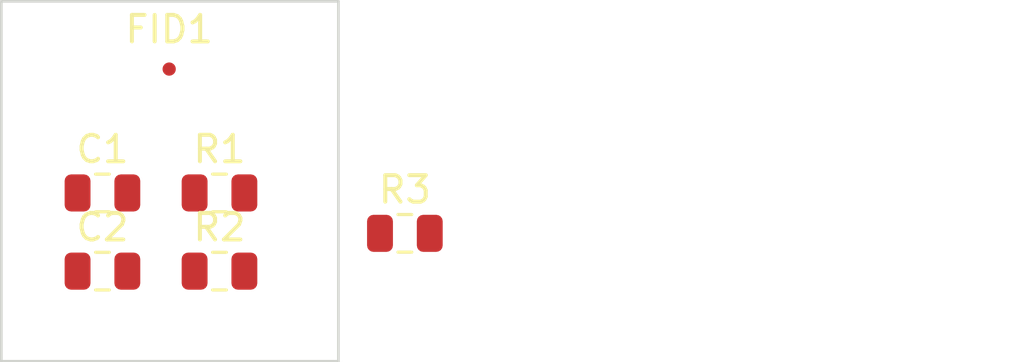
<source format=kicad_pcb>
(kicad_pcb (version 20240108) (generator "pcbnew") (generator_version "8.99")
  (layers (0 "F.Cu" signal) (31 "B.Cu" signal) (34 "B.Paste" user) (35 "F.Paste" user) (36 "B.SilkS" user "B.Silkscreen") (37 "F.SilkS" user "F.Silkscreen") (38 "B.Mask" user) (39 "F.Mask" user) (44 "Edge.Cuts" user))
  (net 0 "")
  (net 1 "Net-(C1-Pad2)")
  (net 2 "Net-(C1-Pad1)")
  (net 3 "Net-(C2-Pad2)")
  (net 4 "Net-(C2-Pad1)")
  (net 5 "Net-(R1-Pad2)")
  (net 6 "Net-(R1-Pad1)")
  (net 7 "Net-(R2-Pad2)")
  (net 8 "Net-(R2-Pad1)")
  (footprint "Capacitor_SMD:C_0805_2012Metric" (layer "F.Cu") (at 137.16 87.63)
    (property "Reference" "C1" (at 0 -1.65 0) (layer "F.SilkS"))
    (property "Value" "1nF")
    (fp_line (start -0.258578 -0.71) (end 0.258578 -0.71) (stroke (width 0.12)) (layer "F.SilkS"))
    (fp_line (start -0.258578 0.71) (end 0.258578 0.71) (stroke (width 0.12)) (layer "F.SilkS"))
    (pad "1" smd roundrect (at -0.9375 0) (size 0.975 1.4) (layers "F.Cu" "F.Paste" "F.Mask") (net 2 "Net-(C1-Pad1)"))
    (pad "2" smd roundrect (at 0.9375 0) (size 0.975 1.4) (layers "F.Cu" "F.Paste" "F.Mask") (net 1 "Net-(C1-Pad2)"))
  )
  (footprint "Capacitor_SMD:C_0805_2012Metric" (layer "F.Cu") (at 137.16 90.58)
    (property "Reference" "C2" (at 0 -1.65 0) (layer "F.SilkS"))
    (property "Value" "1000 pF")
    (fp_line (start -0.258578 -0.71) (end 0.258578 -0.71) (stroke (width 0.12)) (layer "F.SilkS"))
    (fp_line (start -0.258578 0.71) (end 0.258578 0.71) (stroke (width 0.12)) (layer "F.SilkS"))
    (pad "1" smd roundrect (at -0.9375 0) (size 0.975 1.4) (layers "F.Cu" "F.Paste" "F.Mask") (net 4 "Net-(C2-Pad1)"))
    (pad "2" smd roundrect (at 0.9375 0) (size 0.975 1.4) (layers "F.Cu" "F.Paste" "F.Mask") (net 3 "Net-(C2-Pad2)"))
  )
  (footprint "Resistor_SMD:R_0805_2012Metric" (layer "F.Cu") (at 141.57 90.58)
    (property "Reference" "R2" (at 0 -1.65 0) (layer "F.SilkS"))
    (property "Value" "1000")
    (fp_line (start -0.258578 -0.71) (end 0.258578 -0.71) (stroke (width 0.12)) (layer "F.SilkS"))
    (fp_line (start -0.258578 0.71) (end 0.258578 0.71) (stroke (width 0.12)) (layer "F.SilkS"))
    (pad "1" smd roundrect (at -0.9375 0) (size 0.975 1.4) (layers "F.Cu" "F.Paste" "F.Mask") (net 8 "Net-(R2-Pad1)"))
    (pad "2" smd roundrect (at 0.9375 0) (size 0.975 1.4) (layers "F.Cu" "F.Paste" "F.Mask") (net 7 "Net-(R2-Pad2)"))
  )
  (footprint "Resistor_SMD:R_0805_2012Metric" (layer "F.Cu") (at 141.57 87.63)
    (property "Reference" "R1" (at 0 -1.65 0) (layer "F.SilkS"))
    (property "Value" "1k")
    (fp_line (start -0.258578 -0.71) (end 0.258578 -0.71) (stroke (width 0.12)) (layer "F.SilkS"))
    (fp_line (start -0.258578 0.71) (end 0.258578 0.71) (stroke (width 0.12)) (layer "F.SilkS"))
    (pad "1" smd roundrect (at -0.9375 0) (size 0.975 1.4) (layers "F.Cu" "F.Paste" "F.Mask") (net 6 "Net-(R1-Pad1)"))
    (pad "2" smd roundrect (at 0.9375 0) (size 0.975 1.4) (layers "F.Cu" "F.Paste" "F.Mask") (net 5 "Net-(R1-Pad2)"))
  )
  (footprint "Resistor_SMD:R_0805_2012Metric" (layer "F.Cu") (at 148.555 89.154)
    (property "Reference" "R3" (at 0 -1.65 0) (layer "F.SilkS"))
    (property "Value" "1k")
    (fp_line (start -0.258578 -0.71) (end 0.258578 -0.71) (stroke (width 0.12)) (layer "F.SilkS"))
    (fp_line (start -0.258578 0.71) (end 0.258578 0.71) (stroke (width 0.12)) (layer "F.SilkS"))
    (pad "1" smd roundrect (at -0.9375 0) (size 0.975 1.4) (layers "F.Cu" "F.Paste" "F.Mask") (net 6 "Net-(R1-Pad1)"))
    (pad "2" smd roundrect (at 0.9375 0) (size 0.975 1.4) (layers "F.Cu" "F.Paste" "F.Mask") (net 5 "Net-(R1-Pad2)"))
  )
  (footprint "Fiducial:Fiducial_0.5mm_Mask1mm" (layer "F.Cu") (at 139.6746 82.9564)
    (property "Reference" "FID1" (at 0 -1.5 0) (layer "F.SilkS"))
    (property "Value" "Fiducial")
    (pad "" smd circle (at 0 0) (size 0.5 0.5) (layers "F.Cu" "F.Mask") (clearance 0.25))
  )
  (gr_line (start 133.35 80.4) (end 133.35 93.98) (stroke (width 0.1)) (layer "Edge.Cuts"))
  (gr_line (start 146.05 80.4) (end 133.35 80.4) (stroke (width 0.1)) (layer "Edge.Cuts"))
  (gr_line (start 146.05 93.98) (end 146.05 80.4) (stroke (width 0.1)) (layer "Edge.Cuts"))
  (gr_line (start 133.35 93.98) (end 146.05 93.98) (stroke (width 0.1)) (layer "Edge.Cuts"))
)
</source>
